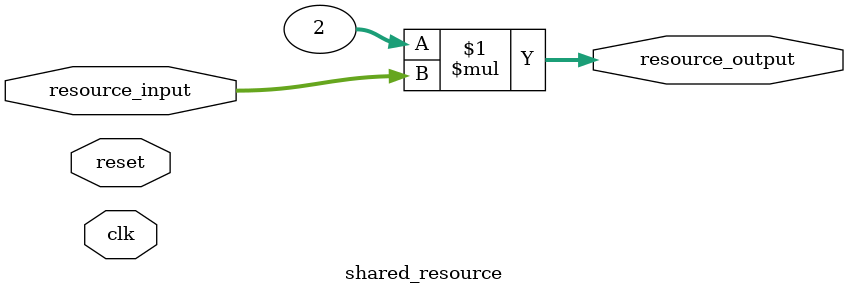
<source format=v>
module shared_resource (
    input  wire        clk,
    input  wire        reset,
    
    input  wire [31:0]       resource_input,
    output wire [31:0]       resource_output
);

        assign resource_output = 2 * resource_input;

endmodule
</source>
